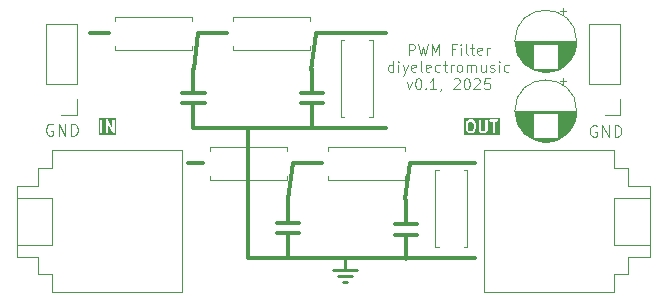
<source format=gbr>
%TF.GenerationSoftware,KiCad,Pcbnew,8.0.7*%
%TF.CreationDate,2025-07-31T15:36:56+01:00*%
%TF.ProjectId,PWMOutputFilter,50574d4f-7574-4707-9574-46696c746572,rev?*%
%TF.SameCoordinates,Original*%
%TF.FileFunction,Legend,Top*%
%TF.FilePolarity,Positive*%
%FSLAX46Y46*%
G04 Gerber Fmt 4.6, Leading zero omitted, Abs format (unit mm)*
G04 Created by KiCad (PCBNEW 8.0.7) date 2025-07-31 15:36:56*
%MOMM*%
%LPD*%
G01*
G04 APERTURE LIST*
%ADD10C,0.300000*%
%ADD11C,0.250000*%
%ADD12C,0.100000*%
%ADD13C,0.200000*%
%ADD14C,0.120000*%
G04 APERTURE END LIST*
D10*
X67800000Y-65500000D02*
X67800000Y-76500000D01*
D11*
X75800000Y-78500000D02*
X76200000Y-78500000D01*
X75400000Y-78000000D02*
X76600000Y-78000000D01*
X75000000Y-77500000D02*
X77000000Y-77500000D01*
X76000000Y-76500000D02*
X76000000Y-77500000D01*
D12*
X97302693Y-65305038D02*
X97207455Y-65257419D01*
X97207455Y-65257419D02*
X97064598Y-65257419D01*
X97064598Y-65257419D02*
X96921741Y-65305038D01*
X96921741Y-65305038D02*
X96826503Y-65400276D01*
X96826503Y-65400276D02*
X96778884Y-65495514D01*
X96778884Y-65495514D02*
X96731265Y-65685990D01*
X96731265Y-65685990D02*
X96731265Y-65828847D01*
X96731265Y-65828847D02*
X96778884Y-66019323D01*
X96778884Y-66019323D02*
X96826503Y-66114561D01*
X96826503Y-66114561D02*
X96921741Y-66209800D01*
X96921741Y-66209800D02*
X97064598Y-66257419D01*
X97064598Y-66257419D02*
X97159836Y-66257419D01*
X97159836Y-66257419D02*
X97302693Y-66209800D01*
X97302693Y-66209800D02*
X97350312Y-66162180D01*
X97350312Y-66162180D02*
X97350312Y-65828847D01*
X97350312Y-65828847D02*
X97159836Y-65828847D01*
X97778884Y-66257419D02*
X97778884Y-65257419D01*
X97778884Y-65257419D02*
X98350312Y-66257419D01*
X98350312Y-66257419D02*
X98350312Y-65257419D01*
X98826503Y-66257419D02*
X98826503Y-65257419D01*
X98826503Y-65257419D02*
X99064598Y-65257419D01*
X99064598Y-65257419D02*
X99207455Y-65305038D01*
X99207455Y-65305038D02*
X99302693Y-65400276D01*
X99302693Y-65400276D02*
X99350312Y-65495514D01*
X99350312Y-65495514D02*
X99397931Y-65685990D01*
X99397931Y-65685990D02*
X99397931Y-65828847D01*
X99397931Y-65828847D02*
X99350312Y-66019323D01*
X99350312Y-66019323D02*
X99302693Y-66114561D01*
X99302693Y-66114561D02*
X99207455Y-66209800D01*
X99207455Y-66209800D02*
X99064598Y-66257419D01*
X99064598Y-66257419D02*
X98826503Y-66257419D01*
X51277693Y-65205038D02*
X51182455Y-65157419D01*
X51182455Y-65157419D02*
X51039598Y-65157419D01*
X51039598Y-65157419D02*
X50896741Y-65205038D01*
X50896741Y-65205038D02*
X50801503Y-65300276D01*
X50801503Y-65300276D02*
X50753884Y-65395514D01*
X50753884Y-65395514D02*
X50706265Y-65585990D01*
X50706265Y-65585990D02*
X50706265Y-65728847D01*
X50706265Y-65728847D02*
X50753884Y-65919323D01*
X50753884Y-65919323D02*
X50801503Y-66014561D01*
X50801503Y-66014561D02*
X50896741Y-66109800D01*
X50896741Y-66109800D02*
X51039598Y-66157419D01*
X51039598Y-66157419D02*
X51134836Y-66157419D01*
X51134836Y-66157419D02*
X51277693Y-66109800D01*
X51277693Y-66109800D02*
X51325312Y-66062180D01*
X51325312Y-66062180D02*
X51325312Y-65728847D01*
X51325312Y-65728847D02*
X51134836Y-65728847D01*
X51753884Y-66157419D02*
X51753884Y-65157419D01*
X51753884Y-65157419D02*
X52325312Y-66157419D01*
X52325312Y-66157419D02*
X52325312Y-65157419D01*
X52801503Y-66157419D02*
X52801503Y-65157419D01*
X52801503Y-65157419D02*
X53039598Y-65157419D01*
X53039598Y-65157419D02*
X53182455Y-65205038D01*
X53182455Y-65205038D02*
X53277693Y-65300276D01*
X53277693Y-65300276D02*
X53325312Y-65395514D01*
X53325312Y-65395514D02*
X53372931Y-65585990D01*
X53372931Y-65585990D02*
X53372931Y-65728847D01*
X53372931Y-65728847D02*
X53325312Y-65919323D01*
X53325312Y-65919323D02*
X53277693Y-66014561D01*
X53277693Y-66014561D02*
X53182455Y-66109800D01*
X53182455Y-66109800D02*
X53039598Y-66157419D01*
X53039598Y-66157419D02*
X52801503Y-66157419D01*
D13*
G36*
X56628402Y-66063086D02*
G01*
X55158562Y-66063086D01*
X55158562Y-64852219D01*
X55269673Y-64852219D01*
X55269673Y-65852219D01*
X55271594Y-65871728D01*
X55286526Y-65907776D01*
X55314116Y-65935366D01*
X55350164Y-65950298D01*
X55389182Y-65950298D01*
X55425230Y-65935366D01*
X55452820Y-65907776D01*
X55467752Y-65871728D01*
X55469673Y-65852219D01*
X55469673Y-64852219D01*
X55745863Y-64852219D01*
X55745863Y-65852219D01*
X55747784Y-65871728D01*
X55762716Y-65907776D01*
X55790306Y-65935366D01*
X55826354Y-65950298D01*
X55865372Y-65950298D01*
X55901420Y-65935366D01*
X55929010Y-65907776D01*
X55943942Y-65871728D01*
X55945863Y-65852219D01*
X55945863Y-65228775D01*
X56330467Y-65901833D01*
X56333385Y-65905943D01*
X56334144Y-65907776D01*
X56336010Y-65909642D01*
X56341814Y-65917818D01*
X56352330Y-65925962D01*
X56361734Y-65935366D01*
X56367621Y-65937804D01*
X56372663Y-65941709D01*
X56385495Y-65945208D01*
X56397782Y-65950298D01*
X56404158Y-65950298D01*
X56410307Y-65951975D01*
X56423500Y-65950298D01*
X56436800Y-65950298D01*
X56442688Y-65947858D01*
X56449013Y-65947055D01*
X56460562Y-65940454D01*
X56472848Y-65935366D01*
X56477355Y-65930858D01*
X56482890Y-65927696D01*
X56491034Y-65917179D01*
X56500438Y-65907776D01*
X56502876Y-65901888D01*
X56506781Y-65896847D01*
X56510280Y-65884014D01*
X56515370Y-65871728D01*
X56516352Y-65861750D01*
X56517047Y-65859204D01*
X56516796Y-65857236D01*
X56517291Y-65852219D01*
X56517291Y-64852219D01*
X56515370Y-64832710D01*
X56500438Y-64796662D01*
X56472848Y-64769072D01*
X56436800Y-64754140D01*
X56397782Y-64754140D01*
X56361734Y-64769072D01*
X56334144Y-64796662D01*
X56319212Y-64832710D01*
X56317291Y-64852219D01*
X56317291Y-65475662D01*
X55932687Y-64802605D01*
X55929768Y-64798494D01*
X55929010Y-64796662D01*
X55927143Y-64794795D01*
X55921340Y-64786620D01*
X55910825Y-64778477D01*
X55901420Y-64769072D01*
X55895529Y-64766632D01*
X55890491Y-64762730D01*
X55877662Y-64759231D01*
X55865372Y-64754140D01*
X55858997Y-64754140D01*
X55852848Y-64752463D01*
X55839655Y-64754140D01*
X55826354Y-64754140D01*
X55820465Y-64756579D01*
X55814141Y-64757383D01*
X55802591Y-64763983D01*
X55790306Y-64769072D01*
X55785798Y-64773579D01*
X55780264Y-64776742D01*
X55772121Y-64787256D01*
X55762716Y-64796662D01*
X55760276Y-64802552D01*
X55756374Y-64807591D01*
X55752875Y-64820419D01*
X55747784Y-64832710D01*
X55746801Y-64842687D01*
X55746107Y-64845234D01*
X55746357Y-64847201D01*
X55745863Y-64852219D01*
X55469673Y-64852219D01*
X55467752Y-64832710D01*
X55452820Y-64796662D01*
X55425230Y-64769072D01*
X55389182Y-64754140D01*
X55350164Y-64754140D01*
X55314116Y-64769072D01*
X55286526Y-64796662D01*
X55271594Y-64832710D01*
X55269673Y-64852219D01*
X55158562Y-64852219D01*
X55158562Y-64641352D01*
X56628402Y-64641352D01*
X56628402Y-66063086D01*
G37*
G36*
X86786626Y-64982023D02*
G01*
X86850805Y-65046202D01*
X86888720Y-65197861D01*
X86888720Y-65506575D01*
X86850804Y-65658235D01*
X86786628Y-65722413D01*
X86727018Y-65752219D01*
X86583756Y-65752219D01*
X86524146Y-65722414D01*
X86459969Y-65658236D01*
X86422054Y-65506575D01*
X86422054Y-65197862D01*
X86459969Y-65046202D01*
X86524148Y-64982023D01*
X86583756Y-64952219D01*
X86727018Y-64952219D01*
X86786626Y-64982023D01*
G37*
G36*
X89102672Y-66063330D02*
G01*
X86110943Y-66063330D01*
X86110943Y-65185552D01*
X86222054Y-65185552D01*
X86222054Y-65518885D01*
X86222389Y-65522287D01*
X86222172Y-65523746D01*
X86223251Y-65531043D01*
X86223975Y-65538394D01*
X86224539Y-65539757D01*
X86225040Y-65543139D01*
X86272659Y-65733614D01*
X86279254Y-65752075D01*
X86283679Y-65758047D01*
X86286525Y-65764918D01*
X86298962Y-65780071D01*
X86394200Y-65875311D01*
X86401868Y-65881604D01*
X86403599Y-65883600D01*
X86406606Y-65885493D01*
X86409353Y-65887747D01*
X86411793Y-65888757D01*
X86420190Y-65894043D01*
X86515427Y-65941662D01*
X86533736Y-65948668D01*
X86537319Y-65948922D01*
X86540640Y-65950298D01*
X86560149Y-65952219D01*
X86750625Y-65952219D01*
X86770134Y-65950298D01*
X86773454Y-65948922D01*
X86777038Y-65948668D01*
X86795346Y-65941662D01*
X86890584Y-65894043D01*
X86898979Y-65888758D01*
X86901421Y-65887747D01*
X86904168Y-65885491D01*
X86907174Y-65883600D01*
X86908904Y-65881605D01*
X86916574Y-65875310D01*
X87011812Y-65780071D01*
X87024249Y-65764918D01*
X87027094Y-65758047D01*
X87031520Y-65752075D01*
X87038115Y-65733615D01*
X87085734Y-65543139D01*
X87086234Y-65539757D01*
X87086799Y-65538394D01*
X87087522Y-65531043D01*
X87088602Y-65523746D01*
X87088384Y-65522287D01*
X87088720Y-65518885D01*
X87088720Y-65185552D01*
X87088384Y-65182149D01*
X87088602Y-65180691D01*
X87087522Y-65173393D01*
X87086799Y-65166043D01*
X87086234Y-65164679D01*
X87085734Y-65161298D01*
X87038115Y-64970822D01*
X87031520Y-64952362D01*
X87027093Y-64946387D01*
X87024248Y-64939519D01*
X87011812Y-64924365D01*
X86939666Y-64852219D01*
X87317292Y-64852219D01*
X87317292Y-65661742D01*
X87319213Y-65681251D01*
X87320588Y-65684571D01*
X87320843Y-65688155D01*
X87327849Y-65706463D01*
X87375468Y-65801701D01*
X87380751Y-65810093D01*
X87381763Y-65812537D01*
X87384019Y-65815286D01*
X87385911Y-65818291D01*
X87387905Y-65820020D01*
X87394200Y-65827690D01*
X87441818Y-65875310D01*
X87449486Y-65881603D01*
X87451218Y-65883600D01*
X87454226Y-65885493D01*
X87456972Y-65887747D01*
X87459412Y-65888757D01*
X87467809Y-65894043D01*
X87563046Y-65941662D01*
X87581355Y-65948668D01*
X87584938Y-65948922D01*
X87588259Y-65950298D01*
X87607768Y-65952219D01*
X87798244Y-65952219D01*
X87817753Y-65950298D01*
X87821073Y-65948922D01*
X87824657Y-65948668D01*
X87842965Y-65941662D01*
X87938203Y-65894043D01*
X87946598Y-65888758D01*
X87949040Y-65887747D01*
X87951787Y-65885491D01*
X87954793Y-65883600D01*
X87956523Y-65881605D01*
X87964193Y-65875310D01*
X88011812Y-65827690D01*
X88018104Y-65820023D01*
X88020101Y-65818292D01*
X88021994Y-65815284D01*
X88024249Y-65812537D01*
X88025260Y-65810095D01*
X88030544Y-65801701D01*
X88078163Y-65706464D01*
X88085169Y-65688155D01*
X88085423Y-65684571D01*
X88086799Y-65681251D01*
X88088720Y-65661742D01*
X88088720Y-64852219D01*
X88086799Y-64832710D01*
X88223975Y-64832710D01*
X88223975Y-64871728D01*
X88238907Y-64907776D01*
X88266497Y-64935366D01*
X88302545Y-64950298D01*
X88322054Y-64952219D01*
X88507768Y-64952219D01*
X88507768Y-65852219D01*
X88509689Y-65871728D01*
X88524621Y-65907776D01*
X88552211Y-65935366D01*
X88588259Y-65950298D01*
X88627277Y-65950298D01*
X88663325Y-65935366D01*
X88690915Y-65907776D01*
X88705847Y-65871728D01*
X88707768Y-65852219D01*
X88707768Y-64952219D01*
X88893482Y-64952219D01*
X88912991Y-64950298D01*
X88949039Y-64935366D01*
X88976629Y-64907776D01*
X88991561Y-64871728D01*
X88991561Y-64832710D01*
X88976629Y-64796662D01*
X88949039Y-64769072D01*
X88912991Y-64754140D01*
X88893482Y-64752219D01*
X88322054Y-64752219D01*
X88302545Y-64754140D01*
X88266497Y-64769072D01*
X88238907Y-64796662D01*
X88223975Y-64832710D01*
X88086799Y-64832710D01*
X88071867Y-64796662D01*
X88044277Y-64769072D01*
X88008229Y-64754140D01*
X87969211Y-64754140D01*
X87933163Y-64769072D01*
X87905573Y-64796662D01*
X87890641Y-64832710D01*
X87888720Y-64852219D01*
X87888720Y-65638135D01*
X87858915Y-65697743D01*
X87834246Y-65722413D01*
X87774637Y-65752219D01*
X87631375Y-65752219D01*
X87571765Y-65722414D01*
X87547098Y-65697746D01*
X87517292Y-65638134D01*
X87517292Y-64852219D01*
X87515371Y-64832710D01*
X87500439Y-64796662D01*
X87472849Y-64769072D01*
X87436801Y-64754140D01*
X87397783Y-64754140D01*
X87361735Y-64769072D01*
X87334145Y-64796662D01*
X87319213Y-64832710D01*
X87317292Y-64852219D01*
X86939666Y-64852219D01*
X86916574Y-64829127D01*
X86908903Y-64822832D01*
X86907174Y-64820838D01*
X86904166Y-64818944D01*
X86901420Y-64816691D01*
X86898980Y-64815680D01*
X86890584Y-64810395D01*
X86795346Y-64762776D01*
X86777038Y-64755770D01*
X86773454Y-64755515D01*
X86770134Y-64754140D01*
X86750625Y-64752219D01*
X86560149Y-64752219D01*
X86540640Y-64754140D01*
X86537319Y-64755515D01*
X86533736Y-64755770D01*
X86515427Y-64762776D01*
X86420190Y-64810395D01*
X86411791Y-64815681D01*
X86409354Y-64816691D01*
X86406610Y-64818942D01*
X86403599Y-64820838D01*
X86401866Y-64822835D01*
X86394200Y-64829127D01*
X86298962Y-64924365D01*
X86286526Y-64939519D01*
X86283680Y-64946387D01*
X86279254Y-64952362D01*
X86272659Y-64970823D01*
X86225040Y-65161298D01*
X86224539Y-65164679D01*
X86223975Y-65166043D01*
X86223251Y-65173393D01*
X86222172Y-65180691D01*
X86222389Y-65182149D01*
X86222054Y-65185552D01*
X86110943Y-65185552D01*
X86110943Y-64641108D01*
X89102672Y-64641108D01*
X89102672Y-66063330D01*
G37*
D10*
X81150000Y-71627500D02*
X81150000Y-73672500D01*
X80200000Y-73672500D02*
X82100000Y-73672500D01*
X81150000Y-74550000D02*
X81150000Y-76595000D01*
X80200000Y-74522500D02*
X82100000Y-74522500D01*
X71175000Y-71502500D02*
X71175000Y-73547500D01*
X70225000Y-73547500D02*
X72125000Y-73547500D01*
X71175000Y-74425000D02*
X71175000Y-76470000D01*
X70225000Y-74397500D02*
X72125000Y-74397500D01*
X73200000Y-60502500D02*
X73200000Y-62547500D01*
X72250000Y-62547500D02*
X74150000Y-62547500D01*
X73200000Y-63425000D02*
X73200000Y-65470000D01*
X72250000Y-63397500D02*
X74150000Y-63397500D01*
X63175000Y-63452500D02*
X63175000Y-65497500D01*
X63175000Y-60530000D02*
X63175000Y-62575000D01*
X62225000Y-63425000D02*
X64125000Y-63425000D01*
X62225000Y-62575000D02*
X64125000Y-62575000D01*
X62675000Y-68475000D02*
X64025000Y-68475000D01*
X81112500Y-71530000D02*
X81525000Y-68475000D01*
X71162500Y-71480000D02*
X71575000Y-68425000D01*
X71575000Y-68475000D02*
X74025000Y-68475000D01*
X81525000Y-68475000D02*
X87000000Y-68475000D01*
X87000000Y-76500000D02*
X67800000Y-76500000D01*
X54400000Y-57475000D02*
X56000000Y-57475000D01*
X79500000Y-65500000D02*
X63200000Y-65500000D01*
X73137500Y-60580000D02*
X73550000Y-57525000D01*
X63187500Y-60530000D02*
X63600000Y-57475000D01*
X73550000Y-57475000D02*
X79500000Y-57475000D01*
X63600000Y-57475000D02*
X66050000Y-57475000D01*
D12*
X81410714Y-59312207D02*
X81410714Y-58412207D01*
X81410714Y-58412207D02*
X81753571Y-58412207D01*
X81753571Y-58412207D02*
X81839286Y-58455064D01*
X81839286Y-58455064D02*
X81882143Y-58497921D01*
X81882143Y-58497921D02*
X81925000Y-58583635D01*
X81925000Y-58583635D02*
X81925000Y-58712207D01*
X81925000Y-58712207D02*
X81882143Y-58797921D01*
X81882143Y-58797921D02*
X81839286Y-58840778D01*
X81839286Y-58840778D02*
X81753571Y-58883635D01*
X81753571Y-58883635D02*
X81410714Y-58883635D01*
X82225000Y-58412207D02*
X82439286Y-59312207D01*
X82439286Y-59312207D02*
X82610714Y-58669350D01*
X82610714Y-58669350D02*
X82782143Y-59312207D01*
X82782143Y-59312207D02*
X82996429Y-58412207D01*
X83339285Y-59312207D02*
X83339285Y-58412207D01*
X83339285Y-58412207D02*
X83639285Y-59055064D01*
X83639285Y-59055064D02*
X83939285Y-58412207D01*
X83939285Y-58412207D02*
X83939285Y-59312207D01*
X85353570Y-58840778D02*
X85053570Y-58840778D01*
X85053570Y-59312207D02*
X85053570Y-58412207D01*
X85053570Y-58412207D02*
X85482142Y-58412207D01*
X85824999Y-59312207D02*
X85824999Y-58712207D01*
X85824999Y-58412207D02*
X85782142Y-58455064D01*
X85782142Y-58455064D02*
X85824999Y-58497921D01*
X85824999Y-58497921D02*
X85867856Y-58455064D01*
X85867856Y-58455064D02*
X85824999Y-58412207D01*
X85824999Y-58412207D02*
X85824999Y-58497921D01*
X86382142Y-59312207D02*
X86296427Y-59269350D01*
X86296427Y-59269350D02*
X86253570Y-59183635D01*
X86253570Y-59183635D02*
X86253570Y-58412207D01*
X86596428Y-58712207D02*
X86939285Y-58712207D01*
X86724999Y-58412207D02*
X86724999Y-59183635D01*
X86724999Y-59183635D02*
X86767856Y-59269350D01*
X86767856Y-59269350D02*
X86853571Y-59312207D01*
X86853571Y-59312207D02*
X86939285Y-59312207D01*
X87582142Y-59269350D02*
X87496428Y-59312207D01*
X87496428Y-59312207D02*
X87325000Y-59312207D01*
X87325000Y-59312207D02*
X87239285Y-59269350D01*
X87239285Y-59269350D02*
X87196428Y-59183635D01*
X87196428Y-59183635D02*
X87196428Y-58840778D01*
X87196428Y-58840778D02*
X87239285Y-58755064D01*
X87239285Y-58755064D02*
X87325000Y-58712207D01*
X87325000Y-58712207D02*
X87496428Y-58712207D01*
X87496428Y-58712207D02*
X87582142Y-58755064D01*
X87582142Y-58755064D02*
X87625000Y-58840778D01*
X87625000Y-58840778D02*
X87625000Y-58926492D01*
X87625000Y-58926492D02*
X87196428Y-59012207D01*
X88010714Y-59312207D02*
X88010714Y-58712207D01*
X88010714Y-58883635D02*
X88053571Y-58797921D01*
X88053571Y-58797921D02*
X88096429Y-58755064D01*
X88096429Y-58755064D02*
X88182143Y-58712207D01*
X88182143Y-58712207D02*
X88267857Y-58712207D01*
X80103571Y-60761157D02*
X80103571Y-59861157D01*
X80103571Y-60718300D02*
X80017856Y-60761157D01*
X80017856Y-60761157D02*
X79846428Y-60761157D01*
X79846428Y-60761157D02*
X79760713Y-60718300D01*
X79760713Y-60718300D02*
X79717856Y-60675442D01*
X79717856Y-60675442D02*
X79674999Y-60589728D01*
X79674999Y-60589728D02*
X79674999Y-60332585D01*
X79674999Y-60332585D02*
X79717856Y-60246871D01*
X79717856Y-60246871D02*
X79760713Y-60204014D01*
X79760713Y-60204014D02*
X79846428Y-60161157D01*
X79846428Y-60161157D02*
X80017856Y-60161157D01*
X80017856Y-60161157D02*
X80103571Y-60204014D01*
X80532142Y-60761157D02*
X80532142Y-60161157D01*
X80532142Y-59861157D02*
X80489285Y-59904014D01*
X80489285Y-59904014D02*
X80532142Y-59946871D01*
X80532142Y-59946871D02*
X80574999Y-59904014D01*
X80574999Y-59904014D02*
X80532142Y-59861157D01*
X80532142Y-59861157D02*
X80532142Y-59946871D01*
X80874999Y-60161157D02*
X81089285Y-60761157D01*
X81303570Y-60161157D02*
X81089285Y-60761157D01*
X81089285Y-60761157D02*
X81003570Y-60975442D01*
X81003570Y-60975442D02*
X80960713Y-61018300D01*
X80960713Y-61018300D02*
X80874999Y-61061157D01*
X81989284Y-60718300D02*
X81903570Y-60761157D01*
X81903570Y-60761157D02*
X81732142Y-60761157D01*
X81732142Y-60761157D02*
X81646427Y-60718300D01*
X81646427Y-60718300D02*
X81603570Y-60632585D01*
X81603570Y-60632585D02*
X81603570Y-60289728D01*
X81603570Y-60289728D02*
X81646427Y-60204014D01*
X81646427Y-60204014D02*
X81732142Y-60161157D01*
X81732142Y-60161157D02*
X81903570Y-60161157D01*
X81903570Y-60161157D02*
X81989284Y-60204014D01*
X81989284Y-60204014D02*
X82032142Y-60289728D01*
X82032142Y-60289728D02*
X82032142Y-60375442D01*
X82032142Y-60375442D02*
X81603570Y-60461157D01*
X82546428Y-60761157D02*
X82460713Y-60718300D01*
X82460713Y-60718300D02*
X82417856Y-60632585D01*
X82417856Y-60632585D02*
X82417856Y-59861157D01*
X83232142Y-60718300D02*
X83146428Y-60761157D01*
X83146428Y-60761157D02*
X82975000Y-60761157D01*
X82975000Y-60761157D02*
X82889285Y-60718300D01*
X82889285Y-60718300D02*
X82846428Y-60632585D01*
X82846428Y-60632585D02*
X82846428Y-60289728D01*
X82846428Y-60289728D02*
X82889285Y-60204014D01*
X82889285Y-60204014D02*
X82975000Y-60161157D01*
X82975000Y-60161157D02*
X83146428Y-60161157D01*
X83146428Y-60161157D02*
X83232142Y-60204014D01*
X83232142Y-60204014D02*
X83275000Y-60289728D01*
X83275000Y-60289728D02*
X83275000Y-60375442D01*
X83275000Y-60375442D02*
X82846428Y-60461157D01*
X84046429Y-60718300D02*
X83960714Y-60761157D01*
X83960714Y-60761157D02*
X83789286Y-60761157D01*
X83789286Y-60761157D02*
X83703571Y-60718300D01*
X83703571Y-60718300D02*
X83660714Y-60675442D01*
X83660714Y-60675442D02*
X83617857Y-60589728D01*
X83617857Y-60589728D02*
X83617857Y-60332585D01*
X83617857Y-60332585D02*
X83660714Y-60246871D01*
X83660714Y-60246871D02*
X83703571Y-60204014D01*
X83703571Y-60204014D02*
X83789286Y-60161157D01*
X83789286Y-60161157D02*
X83960714Y-60161157D01*
X83960714Y-60161157D02*
X84046429Y-60204014D01*
X84303572Y-60161157D02*
X84646429Y-60161157D01*
X84432143Y-59861157D02*
X84432143Y-60632585D01*
X84432143Y-60632585D02*
X84475000Y-60718300D01*
X84475000Y-60718300D02*
X84560715Y-60761157D01*
X84560715Y-60761157D02*
X84646429Y-60761157D01*
X84946429Y-60761157D02*
X84946429Y-60161157D01*
X84946429Y-60332585D02*
X84989286Y-60246871D01*
X84989286Y-60246871D02*
X85032144Y-60204014D01*
X85032144Y-60204014D02*
X85117858Y-60161157D01*
X85117858Y-60161157D02*
X85203572Y-60161157D01*
X85632144Y-60761157D02*
X85546429Y-60718300D01*
X85546429Y-60718300D02*
X85503572Y-60675442D01*
X85503572Y-60675442D02*
X85460715Y-60589728D01*
X85460715Y-60589728D02*
X85460715Y-60332585D01*
X85460715Y-60332585D02*
X85503572Y-60246871D01*
X85503572Y-60246871D02*
X85546429Y-60204014D01*
X85546429Y-60204014D02*
X85632144Y-60161157D01*
X85632144Y-60161157D02*
X85760715Y-60161157D01*
X85760715Y-60161157D02*
X85846429Y-60204014D01*
X85846429Y-60204014D02*
X85889287Y-60246871D01*
X85889287Y-60246871D02*
X85932144Y-60332585D01*
X85932144Y-60332585D02*
X85932144Y-60589728D01*
X85932144Y-60589728D02*
X85889287Y-60675442D01*
X85889287Y-60675442D02*
X85846429Y-60718300D01*
X85846429Y-60718300D02*
X85760715Y-60761157D01*
X85760715Y-60761157D02*
X85632144Y-60761157D01*
X86317858Y-60761157D02*
X86317858Y-60161157D01*
X86317858Y-60246871D02*
X86360715Y-60204014D01*
X86360715Y-60204014D02*
X86446430Y-60161157D01*
X86446430Y-60161157D02*
X86575001Y-60161157D01*
X86575001Y-60161157D02*
X86660715Y-60204014D01*
X86660715Y-60204014D02*
X86703573Y-60289728D01*
X86703573Y-60289728D02*
X86703573Y-60761157D01*
X86703573Y-60289728D02*
X86746430Y-60204014D01*
X86746430Y-60204014D02*
X86832144Y-60161157D01*
X86832144Y-60161157D02*
X86960715Y-60161157D01*
X86960715Y-60161157D02*
X87046430Y-60204014D01*
X87046430Y-60204014D02*
X87089287Y-60289728D01*
X87089287Y-60289728D02*
X87089287Y-60761157D01*
X87903573Y-60161157D02*
X87903573Y-60761157D01*
X87517858Y-60161157D02*
X87517858Y-60632585D01*
X87517858Y-60632585D02*
X87560715Y-60718300D01*
X87560715Y-60718300D02*
X87646430Y-60761157D01*
X87646430Y-60761157D02*
X87775001Y-60761157D01*
X87775001Y-60761157D02*
X87860715Y-60718300D01*
X87860715Y-60718300D02*
X87903573Y-60675442D01*
X88289287Y-60718300D02*
X88375001Y-60761157D01*
X88375001Y-60761157D02*
X88546430Y-60761157D01*
X88546430Y-60761157D02*
X88632144Y-60718300D01*
X88632144Y-60718300D02*
X88675001Y-60632585D01*
X88675001Y-60632585D02*
X88675001Y-60589728D01*
X88675001Y-60589728D02*
X88632144Y-60504014D01*
X88632144Y-60504014D02*
X88546430Y-60461157D01*
X88546430Y-60461157D02*
X88417859Y-60461157D01*
X88417859Y-60461157D02*
X88332144Y-60418300D01*
X88332144Y-60418300D02*
X88289287Y-60332585D01*
X88289287Y-60332585D02*
X88289287Y-60289728D01*
X88289287Y-60289728D02*
X88332144Y-60204014D01*
X88332144Y-60204014D02*
X88417859Y-60161157D01*
X88417859Y-60161157D02*
X88546430Y-60161157D01*
X88546430Y-60161157D02*
X88632144Y-60204014D01*
X89060715Y-60761157D02*
X89060715Y-60161157D01*
X89060715Y-59861157D02*
X89017858Y-59904014D01*
X89017858Y-59904014D02*
X89060715Y-59946871D01*
X89060715Y-59946871D02*
X89103572Y-59904014D01*
X89103572Y-59904014D02*
X89060715Y-59861157D01*
X89060715Y-59861157D02*
X89060715Y-59946871D01*
X89875001Y-60718300D02*
X89789286Y-60761157D01*
X89789286Y-60761157D02*
X89617858Y-60761157D01*
X89617858Y-60761157D02*
X89532143Y-60718300D01*
X89532143Y-60718300D02*
X89489286Y-60675442D01*
X89489286Y-60675442D02*
X89446429Y-60589728D01*
X89446429Y-60589728D02*
X89446429Y-60332585D01*
X89446429Y-60332585D02*
X89489286Y-60246871D01*
X89489286Y-60246871D02*
X89532143Y-60204014D01*
X89532143Y-60204014D02*
X89617858Y-60161157D01*
X89617858Y-60161157D02*
X89789286Y-60161157D01*
X89789286Y-60161157D02*
X89875001Y-60204014D01*
X81217857Y-61610107D02*
X81432143Y-62210107D01*
X81432143Y-62210107D02*
X81646428Y-61610107D01*
X82160714Y-61310107D02*
X82246428Y-61310107D01*
X82246428Y-61310107D02*
X82332142Y-61352964D01*
X82332142Y-61352964D02*
X82375000Y-61395821D01*
X82375000Y-61395821D02*
X82417857Y-61481535D01*
X82417857Y-61481535D02*
X82460714Y-61652964D01*
X82460714Y-61652964D02*
X82460714Y-61867250D01*
X82460714Y-61867250D02*
X82417857Y-62038678D01*
X82417857Y-62038678D02*
X82375000Y-62124392D01*
X82375000Y-62124392D02*
X82332142Y-62167250D01*
X82332142Y-62167250D02*
X82246428Y-62210107D01*
X82246428Y-62210107D02*
X82160714Y-62210107D01*
X82160714Y-62210107D02*
X82075000Y-62167250D01*
X82075000Y-62167250D02*
X82032142Y-62124392D01*
X82032142Y-62124392D02*
X81989285Y-62038678D01*
X81989285Y-62038678D02*
X81946428Y-61867250D01*
X81946428Y-61867250D02*
X81946428Y-61652964D01*
X81946428Y-61652964D02*
X81989285Y-61481535D01*
X81989285Y-61481535D02*
X82032142Y-61395821D01*
X82032142Y-61395821D02*
X82075000Y-61352964D01*
X82075000Y-61352964D02*
X82160714Y-61310107D01*
X82846428Y-62124392D02*
X82889285Y-62167250D01*
X82889285Y-62167250D02*
X82846428Y-62210107D01*
X82846428Y-62210107D02*
X82803571Y-62167250D01*
X82803571Y-62167250D02*
X82846428Y-62124392D01*
X82846428Y-62124392D02*
X82846428Y-62210107D01*
X83746428Y-62210107D02*
X83232142Y-62210107D01*
X83489285Y-62210107D02*
X83489285Y-61310107D01*
X83489285Y-61310107D02*
X83403571Y-61438678D01*
X83403571Y-61438678D02*
X83317856Y-61524392D01*
X83317856Y-61524392D02*
X83232142Y-61567250D01*
X84174999Y-62167250D02*
X84174999Y-62210107D01*
X84174999Y-62210107D02*
X84132142Y-62295821D01*
X84132142Y-62295821D02*
X84089285Y-62338678D01*
X85203570Y-61395821D02*
X85246427Y-61352964D01*
X85246427Y-61352964D02*
X85332142Y-61310107D01*
X85332142Y-61310107D02*
X85546427Y-61310107D01*
X85546427Y-61310107D02*
X85632142Y-61352964D01*
X85632142Y-61352964D02*
X85674999Y-61395821D01*
X85674999Y-61395821D02*
X85717856Y-61481535D01*
X85717856Y-61481535D02*
X85717856Y-61567250D01*
X85717856Y-61567250D02*
X85674999Y-61695821D01*
X85674999Y-61695821D02*
X85160713Y-62210107D01*
X85160713Y-62210107D02*
X85717856Y-62210107D01*
X86274999Y-61310107D02*
X86360713Y-61310107D01*
X86360713Y-61310107D02*
X86446427Y-61352964D01*
X86446427Y-61352964D02*
X86489285Y-61395821D01*
X86489285Y-61395821D02*
X86532142Y-61481535D01*
X86532142Y-61481535D02*
X86574999Y-61652964D01*
X86574999Y-61652964D02*
X86574999Y-61867250D01*
X86574999Y-61867250D02*
X86532142Y-62038678D01*
X86532142Y-62038678D02*
X86489285Y-62124392D01*
X86489285Y-62124392D02*
X86446427Y-62167250D01*
X86446427Y-62167250D02*
X86360713Y-62210107D01*
X86360713Y-62210107D02*
X86274999Y-62210107D01*
X86274999Y-62210107D02*
X86189285Y-62167250D01*
X86189285Y-62167250D02*
X86146427Y-62124392D01*
X86146427Y-62124392D02*
X86103570Y-62038678D01*
X86103570Y-62038678D02*
X86060713Y-61867250D01*
X86060713Y-61867250D02*
X86060713Y-61652964D01*
X86060713Y-61652964D02*
X86103570Y-61481535D01*
X86103570Y-61481535D02*
X86146427Y-61395821D01*
X86146427Y-61395821D02*
X86189285Y-61352964D01*
X86189285Y-61352964D02*
X86274999Y-61310107D01*
X86917856Y-61395821D02*
X86960713Y-61352964D01*
X86960713Y-61352964D02*
X87046428Y-61310107D01*
X87046428Y-61310107D02*
X87260713Y-61310107D01*
X87260713Y-61310107D02*
X87346428Y-61352964D01*
X87346428Y-61352964D02*
X87389285Y-61395821D01*
X87389285Y-61395821D02*
X87432142Y-61481535D01*
X87432142Y-61481535D02*
X87432142Y-61567250D01*
X87432142Y-61567250D02*
X87389285Y-61695821D01*
X87389285Y-61695821D02*
X86874999Y-62210107D01*
X86874999Y-62210107D02*
X87432142Y-62210107D01*
X88246428Y-61310107D02*
X87817856Y-61310107D01*
X87817856Y-61310107D02*
X87774999Y-61738678D01*
X87774999Y-61738678D02*
X87817856Y-61695821D01*
X87817856Y-61695821D02*
X87903571Y-61652964D01*
X87903571Y-61652964D02*
X88117856Y-61652964D01*
X88117856Y-61652964D02*
X88203571Y-61695821D01*
X88203571Y-61695821D02*
X88246428Y-61738678D01*
X88246428Y-61738678D02*
X88289285Y-61824392D01*
X88289285Y-61824392D02*
X88289285Y-62038678D01*
X88289285Y-62038678D02*
X88246428Y-62124392D01*
X88246428Y-62124392D02*
X88203571Y-62167250D01*
X88203571Y-62167250D02*
X88117856Y-62210107D01*
X88117856Y-62210107D02*
X87903571Y-62210107D01*
X87903571Y-62210107D02*
X87817856Y-62167250D01*
X87817856Y-62167250D02*
X87774999Y-62124392D01*
D14*
%TO.C,R6*%
X75630000Y-64585000D02*
X75630000Y-58045000D01*
X75960000Y-64585000D02*
X75630000Y-64585000D01*
X78040000Y-64585000D02*
X78370000Y-64585000D01*
X78370000Y-64585000D02*
X78370000Y-58045000D01*
X75630000Y-58045000D02*
X75960000Y-58045000D01*
X78370000Y-58045000D02*
X78040000Y-58045000D01*
%TO.C,R5*%
X66540000Y-56130000D02*
X73080000Y-56130000D01*
X66540000Y-56460000D02*
X66540000Y-56130000D01*
X66540000Y-58540000D02*
X66540000Y-58870000D01*
X66540000Y-58870000D02*
X73080000Y-58870000D01*
X73080000Y-56130000D02*
X73080000Y-56460000D01*
X73080000Y-58870000D02*
X73080000Y-58540000D01*
%TO.C,R4*%
X56540000Y-56130000D02*
X63080000Y-56130000D01*
X56540000Y-56460000D02*
X56540000Y-56130000D01*
X56540000Y-58540000D02*
X56540000Y-58870000D01*
X56540000Y-58870000D02*
X63080000Y-58870000D01*
X63080000Y-56130000D02*
X63080000Y-56460000D01*
X63080000Y-58870000D02*
X63080000Y-58540000D01*
%TO.C,R3*%
X83630000Y-75585000D02*
X83630000Y-69045000D01*
X83960000Y-75585000D02*
X83630000Y-75585000D01*
X86040000Y-75585000D02*
X86370000Y-75585000D01*
X86370000Y-75585000D02*
X86370000Y-69045000D01*
X83630000Y-69045000D02*
X83960000Y-69045000D01*
X86370000Y-69045000D02*
X86040000Y-69045000D01*
%TO.C,R2*%
X74540000Y-67130000D02*
X81080000Y-67130000D01*
X74540000Y-67460000D02*
X74540000Y-67130000D01*
X74540000Y-69540000D02*
X74540000Y-69870000D01*
X74540000Y-69870000D02*
X81080000Y-69870000D01*
X81080000Y-67130000D02*
X81080000Y-67460000D01*
X81080000Y-69870000D02*
X81080000Y-69540000D01*
%TO.C,R1*%
X64540000Y-67130000D02*
X71080000Y-67130000D01*
X64540000Y-67460000D02*
X64540000Y-67130000D01*
X64540000Y-69540000D02*
X64540000Y-69870000D01*
X64540000Y-69870000D02*
X71080000Y-69870000D01*
X71080000Y-67130000D02*
X71080000Y-67460000D01*
X71080000Y-69870000D02*
X71080000Y-69540000D01*
%TO.C,J4*%
X99330000Y-64410000D02*
X98000000Y-64410000D01*
X99330000Y-63080000D02*
X99330000Y-64410000D01*
X99330000Y-61810000D02*
X99330000Y-56670000D01*
X99330000Y-61810000D02*
X96670000Y-61810000D01*
X99330000Y-56670000D02*
X96670000Y-56670000D01*
X96670000Y-61810000D02*
X96670000Y-56670000D01*
%TO.C,J3*%
X53330000Y-64410000D02*
X52000000Y-64410000D01*
X53330000Y-63080000D02*
X53330000Y-64410000D01*
X53330000Y-61810000D02*
X53330000Y-56670000D01*
X53330000Y-61810000D02*
X50670000Y-61810000D01*
X53330000Y-56670000D02*
X50670000Y-56670000D01*
X50670000Y-61810000D02*
X50670000Y-56670000D01*
%TO.C,J2*%
X51200000Y-79400000D02*
X51200000Y-77900000D01*
X62200000Y-79400000D02*
X51200000Y-79400000D01*
X50000000Y-77900000D02*
X50000000Y-76400000D01*
X51200000Y-77900000D02*
X50000000Y-77900000D01*
X48200000Y-76400000D02*
X48200000Y-70400000D01*
X50000000Y-76400000D02*
X48200000Y-76400000D01*
X48200000Y-75400000D02*
X51200000Y-75400000D01*
X51200000Y-75400000D02*
X51200000Y-71400000D01*
X51200000Y-71400000D02*
X48200000Y-71400000D01*
X48200000Y-70400000D02*
X50000000Y-70400000D01*
X50000000Y-70400000D02*
X50000000Y-68900000D01*
X50000000Y-68900000D02*
X51200000Y-68900000D01*
X51200000Y-68900000D02*
X51200000Y-67400000D01*
X51200000Y-67400000D02*
X62200000Y-67400000D01*
X62200000Y-67400000D02*
X62200000Y-79400000D01*
%TO.C,J1*%
X98800000Y-67400000D02*
X98800000Y-68900000D01*
X87800000Y-67400000D02*
X98800000Y-67400000D01*
X100000000Y-68900000D02*
X100000000Y-70400000D01*
X98800000Y-68900000D02*
X100000000Y-68900000D01*
X101800000Y-70400000D02*
X101800000Y-76400000D01*
X100000000Y-70400000D02*
X101800000Y-70400000D01*
X101800000Y-71400000D02*
X98800000Y-71400000D01*
X98800000Y-71400000D02*
X98800000Y-75400000D01*
X98800000Y-75400000D02*
X101800000Y-75400000D01*
X101800000Y-76400000D02*
X100000000Y-76400000D01*
X100000000Y-76400000D02*
X100000000Y-77900000D01*
X100000000Y-77900000D02*
X98800000Y-77900000D01*
X98800000Y-77900000D02*
X98800000Y-79400000D01*
X98800000Y-79400000D02*
X87800000Y-79400000D01*
X87800000Y-79400000D02*
X87800000Y-67400000D01*
%TO.C,C6*%
X94475000Y-55345225D02*
X94475000Y-55845225D01*
X94725000Y-55595225D02*
X94225000Y-55595225D01*
X95580000Y-58150000D02*
X90420000Y-58150000D01*
X95580000Y-58190000D02*
X90420000Y-58190000D01*
X95579000Y-58230000D02*
X90421000Y-58230000D01*
X95578000Y-58270000D02*
X90422000Y-58270000D01*
X95576000Y-58310000D02*
X90424000Y-58310000D01*
X95573000Y-58350000D02*
X90427000Y-58350000D01*
X95569000Y-58390000D02*
X94040000Y-58390000D01*
X91960000Y-58390000D02*
X90431000Y-58390000D01*
X95565000Y-58430000D02*
X94040000Y-58430000D01*
X91960000Y-58430000D02*
X90435000Y-58430000D01*
X95561000Y-58470000D02*
X94040000Y-58470000D01*
X91960000Y-58470000D02*
X90439000Y-58470000D01*
X95556000Y-58510000D02*
X94040000Y-58510000D01*
X91960000Y-58510000D02*
X90444000Y-58510000D01*
X95550000Y-58550000D02*
X94040000Y-58550000D01*
X91960000Y-58550000D02*
X90450000Y-58550000D01*
X95543000Y-58590000D02*
X94040000Y-58590000D01*
X91960000Y-58590000D02*
X90457000Y-58590000D01*
X95536000Y-58630000D02*
X94040000Y-58630000D01*
X91960000Y-58630000D02*
X90464000Y-58630000D01*
X95528000Y-58670000D02*
X94040000Y-58670000D01*
X91960000Y-58670000D02*
X90472000Y-58670000D01*
X95520000Y-58710000D02*
X94040000Y-58710000D01*
X91960000Y-58710000D02*
X90480000Y-58710000D01*
X95511000Y-58750000D02*
X94040000Y-58750000D01*
X91960000Y-58750000D02*
X90489000Y-58750000D01*
X95501000Y-58790000D02*
X94040000Y-58790000D01*
X91960000Y-58790000D02*
X90499000Y-58790000D01*
X95491000Y-58830000D02*
X94040000Y-58830000D01*
X91960000Y-58830000D02*
X90509000Y-58830000D01*
X95480000Y-58871000D02*
X94040000Y-58871000D01*
X91960000Y-58871000D02*
X90520000Y-58871000D01*
X95468000Y-58911000D02*
X94040000Y-58911000D01*
X91960000Y-58911000D02*
X90532000Y-58911000D01*
X95455000Y-58951000D02*
X94040000Y-58951000D01*
X91960000Y-58951000D02*
X90545000Y-58951000D01*
X95442000Y-58991000D02*
X94040000Y-58991000D01*
X91960000Y-58991000D02*
X90558000Y-58991000D01*
X95428000Y-59031000D02*
X94040000Y-59031000D01*
X91960000Y-59031000D02*
X90572000Y-59031000D01*
X95414000Y-59071000D02*
X94040000Y-59071000D01*
X91960000Y-59071000D02*
X90586000Y-59071000D01*
X95398000Y-59111000D02*
X94040000Y-59111000D01*
X91960000Y-59111000D02*
X90602000Y-59111000D01*
X95382000Y-59151000D02*
X94040000Y-59151000D01*
X91960000Y-59151000D02*
X90618000Y-59151000D01*
X95365000Y-59191000D02*
X94040000Y-59191000D01*
X91960000Y-59191000D02*
X90635000Y-59191000D01*
X95348000Y-59231000D02*
X94040000Y-59231000D01*
X91960000Y-59231000D02*
X90652000Y-59231000D01*
X95329000Y-59271000D02*
X94040000Y-59271000D01*
X91960000Y-59271000D02*
X90671000Y-59271000D01*
X95310000Y-59311000D02*
X94040000Y-59311000D01*
X91960000Y-59311000D02*
X90690000Y-59311000D01*
X95290000Y-59351000D02*
X94040000Y-59351000D01*
X91960000Y-59351000D02*
X90710000Y-59351000D01*
X95268000Y-59391000D02*
X94040000Y-59391000D01*
X91960000Y-59391000D02*
X90732000Y-59391000D01*
X95247000Y-59431000D02*
X94040000Y-59431000D01*
X91960000Y-59431000D02*
X90753000Y-59431000D01*
X95224000Y-59471000D02*
X94040000Y-59471000D01*
X91960000Y-59471000D02*
X90776000Y-59471000D01*
X95200000Y-59511000D02*
X94040000Y-59511000D01*
X91960000Y-59511000D02*
X90800000Y-59511000D01*
X95175000Y-59551000D02*
X94040000Y-59551000D01*
X91960000Y-59551000D02*
X90825000Y-59551000D01*
X95149000Y-59591000D02*
X94040000Y-59591000D01*
X91960000Y-59591000D02*
X90851000Y-59591000D01*
X95122000Y-59631000D02*
X94040000Y-59631000D01*
X91960000Y-59631000D02*
X90878000Y-59631000D01*
X95095000Y-59671000D02*
X94040000Y-59671000D01*
X91960000Y-59671000D02*
X90905000Y-59671000D01*
X95065000Y-59711000D02*
X94040000Y-59711000D01*
X91960000Y-59711000D02*
X90935000Y-59711000D01*
X95035000Y-59751000D02*
X94040000Y-59751000D01*
X91960000Y-59751000D02*
X90965000Y-59751000D01*
X95004000Y-59791000D02*
X94040000Y-59791000D01*
X91960000Y-59791000D02*
X90996000Y-59791000D01*
X94971000Y-59831000D02*
X94040000Y-59831000D01*
X91960000Y-59831000D02*
X91029000Y-59831000D01*
X94937000Y-59871000D02*
X94040000Y-59871000D01*
X91960000Y-59871000D02*
X91063000Y-59871000D01*
X94901000Y-59911000D02*
X94040000Y-59911000D01*
X91960000Y-59911000D02*
X91099000Y-59911000D01*
X94864000Y-59951000D02*
X94040000Y-59951000D01*
X91960000Y-59951000D02*
X91136000Y-59951000D01*
X94826000Y-59991000D02*
X94040000Y-59991000D01*
X91960000Y-59991000D02*
X91174000Y-59991000D01*
X94785000Y-60031000D02*
X94040000Y-60031000D01*
X91960000Y-60031000D02*
X91215000Y-60031000D01*
X94743000Y-60071000D02*
X94040000Y-60071000D01*
X91960000Y-60071000D02*
X91257000Y-60071000D01*
X94699000Y-60111000D02*
X94040000Y-60111000D01*
X91960000Y-60111000D02*
X91301000Y-60111000D01*
X94653000Y-60151000D02*
X94040000Y-60151000D01*
X91960000Y-60151000D02*
X91347000Y-60151000D01*
X94605000Y-60191000D02*
X94040000Y-60191000D01*
X91960000Y-60191000D02*
X91395000Y-60191000D01*
X94554000Y-60231000D02*
X94040000Y-60231000D01*
X91960000Y-60231000D02*
X91446000Y-60231000D01*
X94500000Y-60271000D02*
X94040000Y-60271000D01*
X91960000Y-60271000D02*
X91500000Y-60271000D01*
X94443000Y-60311000D02*
X94040000Y-60311000D01*
X91960000Y-60311000D02*
X91557000Y-60311000D01*
X94383000Y-60351000D02*
X94040000Y-60351000D01*
X91960000Y-60351000D02*
X91617000Y-60351000D01*
X94319000Y-60391000D02*
X94040000Y-60391000D01*
X91960000Y-60391000D02*
X91681000Y-60391000D01*
X94251000Y-60431000D02*
X94040000Y-60431000D01*
X91960000Y-60431000D02*
X91749000Y-60431000D01*
X94178000Y-60471000D02*
X91822000Y-60471000D01*
X94098000Y-60511000D02*
X91902000Y-60511000D01*
X94011000Y-60551000D02*
X91989000Y-60551000D01*
X93915000Y-60591000D02*
X92085000Y-60591000D01*
X93805000Y-60631000D02*
X92195000Y-60631000D01*
X93677000Y-60671000D02*
X92323000Y-60671000D01*
X93518000Y-60711000D02*
X92482000Y-60711000D01*
X93284000Y-60751000D02*
X92716000Y-60751000D01*
X95620000Y-58150000D02*
G75*
G02*
X90380000Y-58150000I-2620000J0D01*
G01*
X90380000Y-58150000D02*
G75*
G02*
X95620000Y-58150000I2620000J0D01*
G01*
%TO.C,C3*%
X94475000Y-61245225D02*
X94475000Y-61745225D01*
X94725000Y-61495225D02*
X94225000Y-61495225D01*
X95580000Y-64050000D02*
X90420000Y-64050000D01*
X95580000Y-64090000D02*
X90420000Y-64090000D01*
X95579000Y-64130000D02*
X90421000Y-64130000D01*
X95578000Y-64170000D02*
X90422000Y-64170000D01*
X95576000Y-64210000D02*
X90424000Y-64210000D01*
X95573000Y-64250000D02*
X90427000Y-64250000D01*
X95569000Y-64290000D02*
X94040000Y-64290000D01*
X91960000Y-64290000D02*
X90431000Y-64290000D01*
X95565000Y-64330000D02*
X94040000Y-64330000D01*
X91960000Y-64330000D02*
X90435000Y-64330000D01*
X95561000Y-64370000D02*
X94040000Y-64370000D01*
X91960000Y-64370000D02*
X90439000Y-64370000D01*
X95556000Y-64410000D02*
X94040000Y-64410000D01*
X91960000Y-64410000D02*
X90444000Y-64410000D01*
X95550000Y-64450000D02*
X94040000Y-64450000D01*
X91960000Y-64450000D02*
X90450000Y-64450000D01*
X95543000Y-64490000D02*
X94040000Y-64490000D01*
X91960000Y-64490000D02*
X90457000Y-64490000D01*
X95536000Y-64530000D02*
X94040000Y-64530000D01*
X91960000Y-64530000D02*
X90464000Y-64530000D01*
X95528000Y-64570000D02*
X94040000Y-64570000D01*
X91960000Y-64570000D02*
X90472000Y-64570000D01*
X95520000Y-64610000D02*
X94040000Y-64610000D01*
X91960000Y-64610000D02*
X90480000Y-64610000D01*
X95511000Y-64650000D02*
X94040000Y-64650000D01*
X91960000Y-64650000D02*
X90489000Y-64650000D01*
X95501000Y-64690000D02*
X94040000Y-64690000D01*
X91960000Y-64690000D02*
X90499000Y-64690000D01*
X95491000Y-64730000D02*
X94040000Y-64730000D01*
X91960000Y-64730000D02*
X90509000Y-64730000D01*
X95480000Y-64771000D02*
X94040000Y-64771000D01*
X91960000Y-64771000D02*
X90520000Y-64771000D01*
X95468000Y-64811000D02*
X94040000Y-64811000D01*
X91960000Y-64811000D02*
X90532000Y-64811000D01*
X95455000Y-64851000D02*
X94040000Y-64851000D01*
X91960000Y-64851000D02*
X90545000Y-64851000D01*
X95442000Y-64891000D02*
X94040000Y-64891000D01*
X91960000Y-64891000D02*
X90558000Y-64891000D01*
X95428000Y-64931000D02*
X94040000Y-64931000D01*
X91960000Y-64931000D02*
X90572000Y-64931000D01*
X95414000Y-64971000D02*
X94040000Y-64971000D01*
X91960000Y-64971000D02*
X90586000Y-64971000D01*
X95398000Y-65011000D02*
X94040000Y-65011000D01*
X91960000Y-65011000D02*
X90602000Y-65011000D01*
X95382000Y-65051000D02*
X94040000Y-65051000D01*
X91960000Y-65051000D02*
X90618000Y-65051000D01*
X95365000Y-65091000D02*
X94040000Y-65091000D01*
X91960000Y-65091000D02*
X90635000Y-65091000D01*
X95348000Y-65131000D02*
X94040000Y-65131000D01*
X91960000Y-65131000D02*
X90652000Y-65131000D01*
X95329000Y-65171000D02*
X94040000Y-65171000D01*
X91960000Y-65171000D02*
X90671000Y-65171000D01*
X95310000Y-65211000D02*
X94040000Y-65211000D01*
X91960000Y-65211000D02*
X90690000Y-65211000D01*
X95290000Y-65251000D02*
X94040000Y-65251000D01*
X91960000Y-65251000D02*
X90710000Y-65251000D01*
X95268000Y-65291000D02*
X94040000Y-65291000D01*
X91960000Y-65291000D02*
X90732000Y-65291000D01*
X95247000Y-65331000D02*
X94040000Y-65331000D01*
X91960000Y-65331000D02*
X90753000Y-65331000D01*
X95224000Y-65371000D02*
X94040000Y-65371000D01*
X91960000Y-65371000D02*
X90776000Y-65371000D01*
X95200000Y-65411000D02*
X94040000Y-65411000D01*
X91960000Y-65411000D02*
X90800000Y-65411000D01*
X95175000Y-65451000D02*
X94040000Y-65451000D01*
X91960000Y-65451000D02*
X90825000Y-65451000D01*
X95149000Y-65491000D02*
X94040000Y-65491000D01*
X91960000Y-65491000D02*
X90851000Y-65491000D01*
X95122000Y-65531000D02*
X94040000Y-65531000D01*
X91960000Y-65531000D02*
X90878000Y-65531000D01*
X95095000Y-65571000D02*
X94040000Y-65571000D01*
X91960000Y-65571000D02*
X90905000Y-65571000D01*
X95065000Y-65611000D02*
X94040000Y-65611000D01*
X91960000Y-65611000D02*
X90935000Y-65611000D01*
X95035000Y-65651000D02*
X94040000Y-65651000D01*
X91960000Y-65651000D02*
X90965000Y-65651000D01*
X95004000Y-65691000D02*
X94040000Y-65691000D01*
X91960000Y-65691000D02*
X90996000Y-65691000D01*
X94971000Y-65731000D02*
X94040000Y-65731000D01*
X91960000Y-65731000D02*
X91029000Y-65731000D01*
X94937000Y-65771000D02*
X94040000Y-65771000D01*
X91960000Y-65771000D02*
X91063000Y-65771000D01*
X94901000Y-65811000D02*
X94040000Y-65811000D01*
X91960000Y-65811000D02*
X91099000Y-65811000D01*
X94864000Y-65851000D02*
X94040000Y-65851000D01*
X91960000Y-65851000D02*
X91136000Y-65851000D01*
X94826000Y-65891000D02*
X94040000Y-65891000D01*
X91960000Y-65891000D02*
X91174000Y-65891000D01*
X94785000Y-65931000D02*
X94040000Y-65931000D01*
X91960000Y-65931000D02*
X91215000Y-65931000D01*
X94743000Y-65971000D02*
X94040000Y-65971000D01*
X91960000Y-65971000D02*
X91257000Y-65971000D01*
X94699000Y-66011000D02*
X94040000Y-66011000D01*
X91960000Y-66011000D02*
X91301000Y-66011000D01*
X94653000Y-66051000D02*
X94040000Y-66051000D01*
X91960000Y-66051000D02*
X91347000Y-66051000D01*
X94605000Y-66091000D02*
X94040000Y-66091000D01*
X91960000Y-66091000D02*
X91395000Y-66091000D01*
X94554000Y-66131000D02*
X94040000Y-66131000D01*
X91960000Y-66131000D02*
X91446000Y-66131000D01*
X94500000Y-66171000D02*
X94040000Y-66171000D01*
X91960000Y-66171000D02*
X91500000Y-66171000D01*
X94443000Y-66211000D02*
X94040000Y-66211000D01*
X91960000Y-66211000D02*
X91557000Y-66211000D01*
X94383000Y-66251000D02*
X94040000Y-66251000D01*
X91960000Y-66251000D02*
X91617000Y-66251000D01*
X94319000Y-66291000D02*
X94040000Y-66291000D01*
X91960000Y-66291000D02*
X91681000Y-66291000D01*
X94251000Y-66331000D02*
X94040000Y-66331000D01*
X91960000Y-66331000D02*
X91749000Y-66331000D01*
X94178000Y-66371000D02*
X91822000Y-66371000D01*
X94098000Y-66411000D02*
X91902000Y-66411000D01*
X94011000Y-66451000D02*
X91989000Y-66451000D01*
X93915000Y-66491000D02*
X92085000Y-66491000D01*
X93805000Y-66531000D02*
X92195000Y-66531000D01*
X93677000Y-66571000D02*
X92323000Y-66571000D01*
X93518000Y-66611000D02*
X92482000Y-66611000D01*
X93284000Y-66651000D02*
X92716000Y-66651000D01*
X95620000Y-64050000D02*
G75*
G02*
X90380000Y-64050000I-2620000J0D01*
G01*
X90380000Y-64050000D02*
G75*
G02*
X95620000Y-64050000I2620000J0D01*
G01*
%TD*%
M02*

</source>
